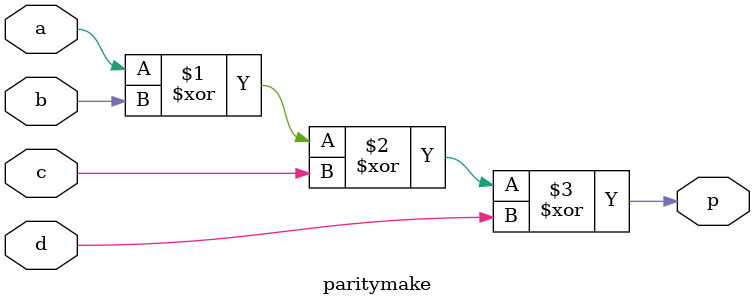
<source format=v>
`timescale 1ns / 1ps


module paritymake(
    input a,b,c,d,
    output p
    );
assign p=(a^b^c^d);
endmodule

</source>
